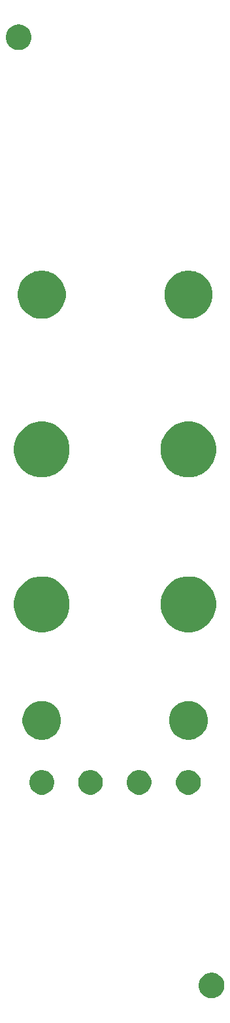
<source format=gbr>
G04 #@! TF.GenerationSoftware,KiCad,Pcbnew,5.0.2+dfsg1-1~bpo9+1*
G04 #@! TF.CreationDate,2020-01-13T16:50:13-08:00*
G04 #@! TF.ProjectId,default,64656661-756c-4742-9e6b-696361645f70,rev?*
G04 #@! TF.SameCoordinates,Original*
G04 #@! TF.FileFunction,Soldermask,Bot*
G04 #@! TF.FilePolarity,Negative*
%FSLAX46Y46*%
G04 Gerber Fmt 4.6, Leading zero omitted, Abs format (unit mm)*
G04 Created by KiCad (PCBNEW 5.0.2+dfsg1-1~bpo9+1) date Mon 13 Jan 2020 04:50:13 PM PST*
%MOMM*%
%LPD*%
G01*
G04 APERTURE LIST*
%ADD10C,0.100000*%
G04 APERTURE END LIST*
D10*
G36*
X182875256Y-145391298D02*
X182981579Y-145412447D01*
X183282042Y-145536903D01*
X183548852Y-145715180D01*
X183552454Y-145717587D01*
X183782413Y-145947546D01*
X183963098Y-146217960D01*
X184087553Y-146518422D01*
X184151000Y-146837389D01*
X184151000Y-147162611D01*
X184087553Y-147481578D01*
X183963098Y-147782040D01*
X183782413Y-148052454D01*
X183552454Y-148282413D01*
X183552451Y-148282415D01*
X183282042Y-148463097D01*
X182981579Y-148587553D01*
X182875256Y-148608702D01*
X182662611Y-148651000D01*
X182337389Y-148651000D01*
X182124744Y-148608702D01*
X182018421Y-148587553D01*
X181717958Y-148463097D01*
X181447549Y-148282415D01*
X181447546Y-148282413D01*
X181217587Y-148052454D01*
X181036902Y-147782040D01*
X180912447Y-147481578D01*
X180849000Y-147162611D01*
X180849000Y-146837389D01*
X180912447Y-146518422D01*
X181036902Y-146217960D01*
X181217587Y-145947546D01*
X181447546Y-145717587D01*
X181451148Y-145715180D01*
X181717958Y-145536903D01*
X182018421Y-145412447D01*
X182124744Y-145391298D01*
X182337389Y-145349000D01*
X182662611Y-145349000D01*
X182875256Y-145391298D01*
X182875256Y-145391298D01*
G37*
G36*
X179966995Y-119210525D02*
X180258358Y-119331212D01*
X180520578Y-119506422D01*
X180743578Y-119729422D01*
X180918788Y-119991642D01*
X181039475Y-120283005D01*
X181101000Y-120592315D01*
X181101000Y-120907685D01*
X181039475Y-121216995D01*
X180918788Y-121508358D01*
X180743578Y-121770578D01*
X180520578Y-121993578D01*
X180258358Y-122168788D01*
X179966995Y-122289475D01*
X179657685Y-122351000D01*
X179342315Y-122351000D01*
X179033005Y-122289475D01*
X178741642Y-122168788D01*
X178479422Y-121993578D01*
X178256422Y-121770578D01*
X178081212Y-121508358D01*
X177960525Y-121216995D01*
X177899000Y-120907685D01*
X177899000Y-120592315D01*
X177960525Y-120283005D01*
X178081212Y-119991642D01*
X178256422Y-119729422D01*
X178479422Y-119506422D01*
X178741642Y-119331212D01*
X179033005Y-119210525D01*
X179342315Y-119149000D01*
X179657685Y-119149000D01*
X179966995Y-119210525D01*
X179966995Y-119210525D01*
G37*
G36*
X173566995Y-119210525D02*
X173858358Y-119331212D01*
X174120578Y-119506422D01*
X174343578Y-119729422D01*
X174518788Y-119991642D01*
X174639475Y-120283005D01*
X174701000Y-120592315D01*
X174701000Y-120907685D01*
X174639475Y-121216995D01*
X174518788Y-121508358D01*
X174343578Y-121770578D01*
X174120578Y-121993578D01*
X173858358Y-122168788D01*
X173566995Y-122289475D01*
X173257685Y-122351000D01*
X172942315Y-122351000D01*
X172633005Y-122289475D01*
X172341642Y-122168788D01*
X172079422Y-121993578D01*
X171856422Y-121770578D01*
X171681212Y-121508358D01*
X171560525Y-121216995D01*
X171499000Y-120907685D01*
X171499000Y-120592315D01*
X171560525Y-120283005D01*
X171681212Y-119991642D01*
X171856422Y-119729422D01*
X172079422Y-119506422D01*
X172341642Y-119331212D01*
X172633005Y-119210525D01*
X172942315Y-119149000D01*
X173257685Y-119149000D01*
X173566995Y-119210525D01*
X173566995Y-119210525D01*
G37*
G36*
X167276995Y-119210525D02*
X167568358Y-119331212D01*
X167830578Y-119506422D01*
X168053578Y-119729422D01*
X168228788Y-119991642D01*
X168349475Y-120283005D01*
X168411000Y-120592315D01*
X168411000Y-120907685D01*
X168349475Y-121216995D01*
X168228788Y-121508358D01*
X168053578Y-121770578D01*
X167830578Y-121993578D01*
X167568358Y-122168788D01*
X167276995Y-122289475D01*
X166967685Y-122351000D01*
X166652315Y-122351000D01*
X166343005Y-122289475D01*
X166051642Y-122168788D01*
X165789422Y-121993578D01*
X165566422Y-121770578D01*
X165391212Y-121508358D01*
X165270525Y-121216995D01*
X165209000Y-120907685D01*
X165209000Y-120592315D01*
X165270525Y-120283005D01*
X165391212Y-119991642D01*
X165566422Y-119729422D01*
X165789422Y-119506422D01*
X166051642Y-119331212D01*
X166343005Y-119210525D01*
X166652315Y-119149000D01*
X166967685Y-119149000D01*
X167276995Y-119210525D01*
X167276995Y-119210525D01*
G37*
G36*
X160966995Y-119210525D02*
X161258358Y-119331212D01*
X161520578Y-119506422D01*
X161743578Y-119729422D01*
X161918788Y-119991642D01*
X162039475Y-120283005D01*
X162101000Y-120592315D01*
X162101000Y-120907685D01*
X162039475Y-121216995D01*
X161918788Y-121508358D01*
X161743578Y-121770578D01*
X161520578Y-121993578D01*
X161258358Y-122168788D01*
X160966995Y-122289475D01*
X160657685Y-122351000D01*
X160342315Y-122351000D01*
X160033005Y-122289475D01*
X159741642Y-122168788D01*
X159479422Y-121993578D01*
X159256422Y-121770578D01*
X159081212Y-121508358D01*
X158960525Y-121216995D01*
X158899000Y-120907685D01*
X158899000Y-120592315D01*
X158960525Y-120283005D01*
X159081212Y-119991642D01*
X159256422Y-119729422D01*
X159479422Y-119506422D01*
X159741642Y-119331212D01*
X160033005Y-119210525D01*
X160342315Y-119149000D01*
X160657685Y-119149000D01*
X160966995Y-119210525D01*
X160966995Y-119210525D01*
G37*
G36*
X179987921Y-110297056D02*
X180229515Y-110345112D01*
X180684668Y-110533643D01*
X181088841Y-110803703D01*
X181094297Y-110807349D01*
X181442651Y-111155703D01*
X181716358Y-111565334D01*
X181904888Y-112020486D01*
X182001000Y-112503672D01*
X182001000Y-112996328D01*
X181904888Y-113479514D01*
X181716358Y-113934666D01*
X181442651Y-114344297D01*
X181094297Y-114692651D01*
X181094294Y-114692653D01*
X180684668Y-114966357D01*
X180229515Y-115154888D01*
X179987921Y-115202944D01*
X179746328Y-115251000D01*
X179253672Y-115251000D01*
X179012079Y-115202944D01*
X178770485Y-115154888D01*
X178315332Y-114966357D01*
X177905706Y-114692653D01*
X177905703Y-114692651D01*
X177557349Y-114344297D01*
X177283642Y-113934666D01*
X177095112Y-113479514D01*
X176999000Y-112996328D01*
X176999000Y-112503672D01*
X177095112Y-112020486D01*
X177283642Y-111565334D01*
X177557349Y-111155703D01*
X177905703Y-110807349D01*
X177911159Y-110803703D01*
X178315332Y-110533643D01*
X178770485Y-110345112D01*
X179012079Y-110297056D01*
X179253672Y-110249000D01*
X179746328Y-110249000D01*
X179987921Y-110297056D01*
X179987921Y-110297056D01*
G37*
G36*
X160987921Y-110297056D02*
X161229515Y-110345112D01*
X161684668Y-110533643D01*
X162088841Y-110803703D01*
X162094297Y-110807349D01*
X162442651Y-111155703D01*
X162716358Y-111565334D01*
X162904888Y-112020486D01*
X163001000Y-112503672D01*
X163001000Y-112996328D01*
X162904888Y-113479514D01*
X162716358Y-113934666D01*
X162442651Y-114344297D01*
X162094297Y-114692651D01*
X162094294Y-114692653D01*
X161684668Y-114966357D01*
X161229515Y-115154888D01*
X160987921Y-115202944D01*
X160746328Y-115251000D01*
X160253672Y-115251000D01*
X160012079Y-115202944D01*
X159770485Y-115154888D01*
X159315332Y-114966357D01*
X158905706Y-114692653D01*
X158905703Y-114692651D01*
X158557349Y-114344297D01*
X158283642Y-113934666D01*
X158095112Y-113479514D01*
X157999000Y-112996328D01*
X157999000Y-112503672D01*
X158095112Y-112020486D01*
X158283642Y-111565334D01*
X158557349Y-111155703D01*
X158905703Y-110807349D01*
X158911159Y-110803703D01*
X159315332Y-110533643D01*
X159770485Y-110345112D01*
X160012079Y-110297056D01*
X160253672Y-110249000D01*
X160746328Y-110249000D01*
X160987921Y-110297056D01*
X160987921Y-110297056D01*
G37*
G36*
X161202520Y-94218192D02*
X161550373Y-94287384D01*
X161821823Y-94399822D01*
X162205712Y-94558834D01*
X162795507Y-94952922D01*
X163297078Y-95454493D01*
X163691166Y-96044288D01*
X163962616Y-96699628D01*
X164101000Y-97395331D01*
X164101000Y-98104669D01*
X163962616Y-98800372D01*
X163691166Y-99455712D01*
X163297078Y-100045507D01*
X162795507Y-100547078D01*
X162205712Y-100941166D01*
X161821823Y-101100178D01*
X161550373Y-101212616D01*
X160854669Y-101351000D01*
X160145331Y-101351000D01*
X159449627Y-101212616D01*
X159178177Y-101100178D01*
X158794288Y-100941166D01*
X158204493Y-100547078D01*
X157702922Y-100045507D01*
X157308834Y-99455712D01*
X157037384Y-98800372D01*
X156899000Y-98104669D01*
X156899000Y-97395331D01*
X157037384Y-96699628D01*
X157308834Y-96044288D01*
X157702922Y-95454493D01*
X158204493Y-94952922D01*
X158794288Y-94558834D01*
X159178177Y-94399822D01*
X159449627Y-94287384D01*
X160145331Y-94149000D01*
X160854669Y-94149000D01*
X161202520Y-94218192D01*
X161202520Y-94218192D01*
G37*
G36*
X180202520Y-94218192D02*
X180550373Y-94287384D01*
X180821823Y-94399822D01*
X181205712Y-94558834D01*
X181795507Y-94952922D01*
X182297078Y-95454493D01*
X182691166Y-96044288D01*
X182962616Y-96699628D01*
X183101000Y-97395331D01*
X183101000Y-98104669D01*
X182962616Y-98800372D01*
X182691166Y-99455712D01*
X182297078Y-100045507D01*
X181795507Y-100547078D01*
X181205712Y-100941166D01*
X180821823Y-101100178D01*
X180550373Y-101212616D01*
X179854669Y-101351000D01*
X179145331Y-101351000D01*
X178449627Y-101212616D01*
X178178177Y-101100178D01*
X177794288Y-100941166D01*
X177204493Y-100547078D01*
X176702922Y-100045507D01*
X176308834Y-99455712D01*
X176037384Y-98800372D01*
X175899000Y-98104669D01*
X175899000Y-97395331D01*
X176037384Y-96699628D01*
X176308834Y-96044288D01*
X176702922Y-95454493D01*
X177204493Y-94952922D01*
X177794288Y-94558834D01*
X178178177Y-94399822D01*
X178449627Y-94287384D01*
X179145331Y-94149000D01*
X179854669Y-94149000D01*
X180202520Y-94218192D01*
X180202520Y-94218192D01*
G37*
G36*
X161550373Y-74287384D02*
X161821823Y-74399822D01*
X162205712Y-74558834D01*
X162795507Y-74952922D01*
X163297078Y-75454493D01*
X163691166Y-76044288D01*
X163962616Y-76699628D01*
X164101000Y-77395331D01*
X164101000Y-78104669D01*
X163962616Y-78800372D01*
X163691166Y-79455712D01*
X163297078Y-80045507D01*
X162795507Y-80547078D01*
X162205712Y-80941166D01*
X161821823Y-81100178D01*
X161550373Y-81212616D01*
X160854669Y-81351000D01*
X160145331Y-81351000D01*
X159449627Y-81212616D01*
X159178177Y-81100178D01*
X158794288Y-80941166D01*
X158204493Y-80547078D01*
X157702922Y-80045507D01*
X157308834Y-79455712D01*
X157037384Y-78800372D01*
X156899000Y-78104669D01*
X156899000Y-77395331D01*
X157037384Y-76699628D01*
X157308834Y-76044288D01*
X157702922Y-75454493D01*
X158204493Y-74952922D01*
X158794288Y-74558834D01*
X159178177Y-74399822D01*
X159449627Y-74287384D01*
X160145331Y-74149000D01*
X160854669Y-74149000D01*
X161550373Y-74287384D01*
X161550373Y-74287384D01*
G37*
G36*
X180550373Y-74287384D02*
X180821823Y-74399822D01*
X181205712Y-74558834D01*
X181795507Y-74952922D01*
X182297078Y-75454493D01*
X182691166Y-76044288D01*
X182962616Y-76699628D01*
X183101000Y-77395331D01*
X183101000Y-78104669D01*
X182962616Y-78800372D01*
X182691166Y-79455712D01*
X182297078Y-80045507D01*
X181795507Y-80547078D01*
X181205712Y-80941166D01*
X180821823Y-81100178D01*
X180550373Y-81212616D01*
X179854669Y-81351000D01*
X179145331Y-81351000D01*
X178449627Y-81212616D01*
X178178177Y-81100178D01*
X177794288Y-80941166D01*
X177204493Y-80547078D01*
X176702922Y-80045507D01*
X176308834Y-79455712D01*
X176037384Y-78800372D01*
X175899000Y-78104669D01*
X175899000Y-77395331D01*
X176037384Y-76699628D01*
X176308834Y-76044288D01*
X176702922Y-75454493D01*
X177204493Y-74952922D01*
X177794288Y-74558834D01*
X178178177Y-74399822D01*
X178449627Y-74287384D01*
X179145331Y-74149000D01*
X179854669Y-74149000D01*
X180550373Y-74287384D01*
X180550373Y-74287384D01*
G37*
G36*
X161104975Y-54708585D02*
X161404528Y-54768170D01*
X161638287Y-54864996D01*
X161968873Y-55001929D01*
X162476775Y-55341298D01*
X162908702Y-55773225D01*
X163248071Y-56281127D01*
X163481830Y-56845473D01*
X163601000Y-57444577D01*
X163601000Y-58055423D01*
X163481830Y-58654527D01*
X163248071Y-59218873D01*
X162908702Y-59726775D01*
X162476775Y-60158702D01*
X161968873Y-60498071D01*
X161638287Y-60635004D01*
X161404528Y-60731830D01*
X161104975Y-60791415D01*
X160805423Y-60851000D01*
X160194577Y-60851000D01*
X159895025Y-60791415D01*
X159595472Y-60731830D01*
X159361713Y-60635004D01*
X159031127Y-60498071D01*
X158523225Y-60158702D01*
X158091298Y-59726775D01*
X157751929Y-59218873D01*
X157518170Y-58654527D01*
X157399000Y-58055423D01*
X157399000Y-57444577D01*
X157518170Y-56845473D01*
X157751929Y-56281127D01*
X158091298Y-55773225D01*
X158523225Y-55341298D01*
X159031127Y-55001929D01*
X159361713Y-54864996D01*
X159595472Y-54768170D01*
X159895025Y-54708585D01*
X160194577Y-54649000D01*
X160805423Y-54649000D01*
X161104975Y-54708585D01*
X161104975Y-54708585D01*
G37*
G36*
X180104975Y-54708585D02*
X180404528Y-54768170D01*
X180638287Y-54864996D01*
X180968873Y-55001929D01*
X181476775Y-55341298D01*
X181908702Y-55773225D01*
X182248071Y-56281127D01*
X182481830Y-56845473D01*
X182601000Y-57444577D01*
X182601000Y-58055423D01*
X182481830Y-58654527D01*
X182248071Y-59218873D01*
X181908702Y-59726775D01*
X181476775Y-60158702D01*
X180968873Y-60498071D01*
X180638287Y-60635004D01*
X180404528Y-60731830D01*
X180104975Y-60791415D01*
X179805423Y-60851000D01*
X179194577Y-60851000D01*
X178895025Y-60791415D01*
X178595472Y-60731830D01*
X178361713Y-60635004D01*
X178031127Y-60498071D01*
X177523225Y-60158702D01*
X177091298Y-59726775D01*
X176751929Y-59218873D01*
X176518170Y-58654527D01*
X176399000Y-58055423D01*
X176399000Y-57444577D01*
X176518170Y-56845473D01*
X176751929Y-56281127D01*
X177091298Y-55773225D01*
X177523225Y-55341298D01*
X178031127Y-55001929D01*
X178361713Y-54864996D01*
X178595472Y-54768170D01*
X178895025Y-54708585D01*
X179194577Y-54649000D01*
X179805423Y-54649000D01*
X180104975Y-54708585D01*
X180104975Y-54708585D01*
G37*
G36*
X157875256Y-22891298D02*
X157981579Y-22912447D01*
X158282042Y-23036903D01*
X158548852Y-23215180D01*
X158552454Y-23217587D01*
X158782413Y-23447546D01*
X158963098Y-23717960D01*
X159087553Y-24018422D01*
X159151000Y-24337389D01*
X159151000Y-24662611D01*
X159087553Y-24981578D01*
X158963098Y-25282040D01*
X158782413Y-25552454D01*
X158552454Y-25782413D01*
X158552451Y-25782415D01*
X158282042Y-25963097D01*
X157981579Y-26087553D01*
X157875256Y-26108702D01*
X157662611Y-26151000D01*
X157337389Y-26151000D01*
X157124744Y-26108702D01*
X157018421Y-26087553D01*
X156717958Y-25963097D01*
X156447549Y-25782415D01*
X156447546Y-25782413D01*
X156217587Y-25552454D01*
X156036902Y-25282040D01*
X155912447Y-24981578D01*
X155849000Y-24662611D01*
X155849000Y-24337389D01*
X155912447Y-24018422D01*
X156036902Y-23717960D01*
X156217587Y-23447546D01*
X156447546Y-23217587D01*
X156451148Y-23215180D01*
X156717958Y-23036903D01*
X157018421Y-22912447D01*
X157124744Y-22891298D01*
X157337389Y-22849000D01*
X157662611Y-22849000D01*
X157875256Y-22891298D01*
X157875256Y-22891298D01*
G37*
M02*

</source>
